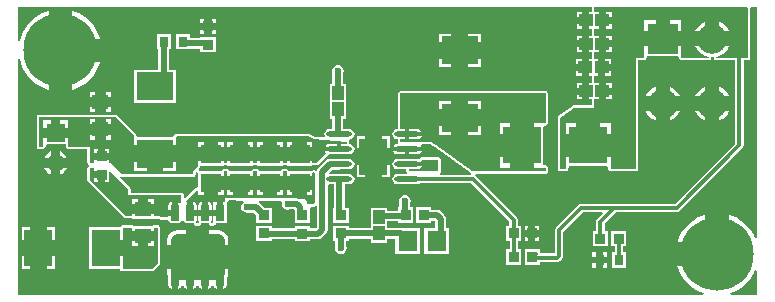
<source format=gtl>
G04*
G04 #@! TF.GenerationSoftware,Altium Limited,Altium Designer,19.1.6 (110)*
G04*
G04 Layer_Physical_Order=1*
G04 Layer_Color=255*
%FSLAX43Y43*%
%MOMM*%
G71*
G01*
G75*
%ADD39R,0.800X0.950*%
%ADD40R,1.800X1.650*%
%ADD41R,0.900X0.850*%
%ADD42R,2.400X3.100*%
%ADD43O,2.150X0.450*%
%ADD44R,1.400X1.300*%
%ADD45R,0.850X0.900*%
%ADD46R,1.000X1.150*%
%ADD47R,1.650X1.800*%
%ADD48R,1.150X1.000*%
%ADD49R,3.200X3.150*%
%ADD50R,3.150X2.450*%
%ADD51R,2.450X3.150*%
%ADD52R,0.710X1.372*%
G04:AMPARAMS|DCode=53|XSize=0.71mm|YSize=1.372mm|CornerRadius=0.089mm|HoleSize=0mm|Usage=FLASHONLY|Rotation=0.000|XOffset=0mm|YOffset=0mm|HoleType=Round|Shape=RoundedRectangle|*
%AMROUNDEDRECTD53*
21,1,0.710,1.195,0,0,0.0*
21,1,0.532,1.372,0,0,0.0*
1,1,0.178,0.266,-0.597*
1,1,0.178,-0.266,-0.597*
1,1,0.178,-0.266,0.597*
1,1,0.178,0.266,0.597*
%
%ADD53ROUNDEDRECTD53*%
G04:AMPARAMS|DCode=54|XSize=4.52mm|YSize=3.85mm|CornerRadius=0.481mm|HoleSize=0mm|Usage=FLASHONLY|Rotation=0.000|XOffset=0mm|YOffset=0mm|HoleType=Round|Shape=RoundedRectangle|*
%AMROUNDEDRECTD54*
21,1,4.520,2.888,0,0,0.0*
21,1,3.558,3.850,0,0,0.0*
1,1,0.963,1.779,-1.444*
1,1,0.963,-1.779,-1.444*
1,1,0.963,-1.779,1.444*
1,1,0.963,1.779,1.444*
%
%ADD54ROUNDEDRECTD54*%
%ADD55C,0.300*%
%ADD56C,0.500*%
%ADD57C,1.508*%
%ADD58R,1.508X1.508*%
%ADD59C,2.500*%
%ADD60R,2.500X2.500*%
%ADD61C,6.200*%
%ADD62C,0.600*%
G36*
X61700Y23800D02*
X61700Y19600D01*
X59024D01*
X59004Y19722D01*
X59296Y19811D01*
X59565Y19955D01*
X59801Y20149D01*
X59995Y20385D01*
X60137Y20650D01*
X57263D01*
X57405Y20385D01*
X57599Y20149D01*
X57835Y19955D01*
X58104Y19811D01*
X58396Y19722D01*
X58376Y19600D01*
X56115Y19600D01*
X56050Y19727D01*
Y20650D01*
X52950D01*
Y19727D01*
X52950Y19700D01*
X52885Y19600D01*
X52200D01*
X52200Y10200D01*
X50105D01*
X50100Y10325D01*
X50100Y10327D01*
Y11200D01*
X48200D01*
X46300D01*
Y10327D01*
X46300Y10325D01*
X46295Y10200D01*
X45800D01*
Y14500D01*
X47000Y15400D01*
X48700D01*
Y16100D01*
X49100D01*
Y16800D01*
Y17500D01*
X48700D01*
Y18100D01*
X49050D01*
Y18800D01*
Y19500D01*
X48700D01*
Y20100D01*
X49100D01*
Y20800D01*
Y21500D01*
X48700D01*
Y22100D01*
X49100D01*
Y22800D01*
Y23500D01*
X48700D01*
Y23945D01*
X61555D01*
X61700Y23800D01*
D02*
G37*
G36*
X62445Y4402D02*
X62318Y4377D01*
X62228Y4594D01*
X61940Y5064D01*
X61583Y5483D01*
X61164Y5840D01*
X60694Y6128D01*
X60185Y6339D01*
X60100Y6359D01*
Y3000D01*
X59100D01*
Y2000D01*
X55741D01*
X55761Y1915D01*
X55972Y1406D01*
X56260Y936D01*
X56617Y517D01*
X57036Y160D01*
X57506Y-128D01*
X57965Y-318D01*
X57939Y-445D01*
X-45D01*
Y19480D01*
X82Y19495D01*
X161Y19165D01*
X372Y18656D01*
X660Y18186D01*
X1017Y17767D01*
X1436Y17410D01*
X1906Y17122D01*
X2415Y16911D01*
X2500Y16891D01*
Y20250D01*
Y23609D01*
X2415Y23589D01*
X1906Y23378D01*
X1436Y23090D01*
X1017Y22733D01*
X660Y22314D01*
X372Y21844D01*
X161Y21335D01*
X82Y21005D01*
X-45Y21020D01*
Y23945D01*
X48496D01*
Y23500D01*
X48300D01*
Y22800D01*
Y22100D01*
X48496D01*
Y21500D01*
X48300D01*
Y20800D01*
Y20100D01*
X48496D01*
Y19500D01*
X48250D01*
Y18800D01*
Y18100D01*
X48496D01*
Y17500D01*
X48300D01*
Y16800D01*
Y16100D01*
X48496D01*
Y15604D01*
X47000D01*
X46975Y15599D01*
X46949Y15598D01*
X46936Y15591D01*
X46922Y15588D01*
X46901Y15574D01*
X46878Y15563D01*
X45678Y14663D01*
X45668Y14652D01*
X45656Y14644D01*
X45642Y14623D01*
X45625Y14604D01*
X45620Y14590D01*
X45612Y14578D01*
X45607Y14553D01*
X45598Y14529D01*
X45599Y14514D01*
X45596Y14500D01*
Y10200D01*
X45612Y10122D01*
X45656Y10056D01*
X45722Y10012D01*
X45800Y9996D01*
X46295D01*
X46330Y10003D01*
X46366Y10009D01*
X46369Y10011D01*
X46373Y10012D01*
X46403Y10032D01*
X46434Y10050D01*
X46436Y10054D01*
X46439Y10056D01*
X46459Y10086D01*
X46480Y10115D01*
X46481Y10119D01*
X46484Y10122D01*
X46491Y10157D01*
X46499Y10192D01*
X46504Y10317D01*
X46539Y10372D01*
X46579Y10425D01*
X49820D01*
X49861Y10372D01*
X49896Y10317D01*
X49901Y10192D01*
X49909Y10157D01*
X49916Y10122D01*
X49919Y10119D01*
X49920Y10115D01*
X49941Y10086D01*
X49961Y10056D01*
X49964Y10054D01*
X49966Y10050D01*
X49997Y10032D01*
X50027Y10012D01*
X50031Y10011D01*
X50034Y10009D01*
X50070Y10003D01*
X50105Y9996D01*
X52200D01*
X52278Y10012D01*
X52344Y10056D01*
X52388Y10122D01*
X52404Y10200D01*
X52404Y19396D01*
X52885D01*
X52906Y19400D01*
X52927Y19400D01*
X52944Y19408D01*
X52963Y19412D01*
X52981Y19423D01*
X53000Y19432D01*
X53013Y19445D01*
X53029Y19456D01*
X53041Y19473D01*
X53056Y19489D01*
X53121Y19589D01*
X53128Y19606D01*
X53138Y19622D01*
X53143Y19643D01*
X53150Y19663D01*
X53150Y19674D01*
X53159Y19731D01*
X53246Y19800D01*
X55759D01*
X55847Y19710D01*
X55855Y19680D01*
X55862Y19649D01*
X55866Y19642D01*
X55869Y19634D01*
X55934Y19507D01*
X55953Y19482D01*
X55971Y19456D01*
X55978Y19451D01*
X55983Y19445D01*
X56011Y19429D01*
X56037Y19412D01*
X56045Y19410D01*
X56053Y19406D01*
X56084Y19402D01*
X56115Y19396D01*
X58376Y19396D01*
X58400Y19401D01*
X58423Y19402D01*
X58438Y19408D01*
X58454Y19412D01*
X58474Y19425D01*
X58496Y19435D01*
X58507Y19447D01*
X58520Y19456D01*
X58534Y19475D01*
X58550Y19493D01*
X58556Y19508D01*
X58565Y19522D01*
X58569Y19545D01*
X58578Y19567D01*
X58597Y19690D01*
X58621Y19714D01*
X58779D01*
X58803Y19690D01*
X58822Y19567D01*
X58831Y19545D01*
X58835Y19522D01*
X58844Y19508D01*
X58850Y19493D01*
X58866Y19475D01*
X58880Y19456D01*
X58893Y19447D01*
X58904Y19435D01*
X58926Y19425D01*
X58946Y19412D01*
X58962Y19408D01*
X58977Y19402D01*
X59000Y19401D01*
X59024Y19396D01*
X60643D01*
Y12348D01*
X55552Y7257D01*
X47600D01*
X47463Y7230D01*
X47348Y7152D01*
X45448Y5252D01*
X45370Y5137D01*
X45343Y5000D01*
Y3057D01*
X44105D01*
X44080Y3187D01*
X44075Y3194D01*
Y3400D01*
X43784D01*
X43750Y3407D01*
X43725D01*
X43691Y3400D01*
X42825D01*
Y2100D01*
X44075D01*
Y2343D01*
X45524D01*
X45661Y2370D01*
X45777Y2448D01*
X45952Y2623D01*
X46030Y2739D01*
X46057Y2876D01*
Y4852D01*
X47748Y6543D01*
X49373D01*
X49421Y6426D01*
X48973Y5977D01*
X48895Y5862D01*
X48868Y5725D01*
Y4950D01*
X48600D01*
Y3650D01*
X49850D01*
Y4950D01*
X49582D01*
Y5577D01*
X50548Y6543D01*
X55700D01*
X55837Y6570D01*
X55952Y6648D01*
X61252Y11948D01*
X61330Y12063D01*
X61357Y12200D01*
Y19396D01*
X61700D01*
X61778Y19412D01*
X61844Y19456D01*
X61888Y19522D01*
X61904Y19600D01*
X61904Y23800D01*
X61904Y23800D01*
X61900Y23818D01*
X61977Y23934D01*
X61995Y23945D01*
X62445D01*
Y4402D01*
D02*
G37*
G36*
Y1598D02*
Y-445D01*
X60261D01*
X60235Y-318D01*
X60694Y-128D01*
X61164Y160D01*
X61583Y517D01*
X61940Y936D01*
X62228Y1406D01*
X62318Y1623D01*
X62445Y1598D01*
D02*
G37*
%LPC*%
G36*
X50175Y23500D02*
X49700D01*
Y23100D01*
X50175D01*
Y23500D01*
D02*
G37*
G36*
Y22500D02*
X49700D01*
Y22100D01*
X50175D01*
Y22500D01*
D02*
G37*
G36*
X59300Y22687D02*
Y21850D01*
X60137D01*
X59995Y22115D01*
X59801Y22351D01*
X59565Y22545D01*
X59300Y22687D01*
D02*
G37*
G36*
X58100D02*
X57835Y22545D01*
X57599Y22351D01*
X57405Y22115D01*
X57263Y21850D01*
X58100D01*
Y22687D01*
D02*
G37*
G36*
X56050Y22800D02*
X55100D01*
Y21850D01*
X56050D01*
Y22800D01*
D02*
G37*
G36*
X53900D02*
X52950D01*
Y21850D01*
X53900D01*
Y22800D01*
D02*
G37*
G36*
X50175Y21500D02*
X49700D01*
Y21100D01*
X50175D01*
Y21500D01*
D02*
G37*
G36*
Y20500D02*
X49700D01*
Y20100D01*
X50175D01*
Y20500D01*
D02*
G37*
G36*
X50125Y19500D02*
X49650D01*
Y19100D01*
X50125D01*
Y19500D01*
D02*
G37*
G36*
Y18500D02*
X49650D01*
Y18100D01*
X50125D01*
Y18500D01*
D02*
G37*
G36*
X50175Y17500D02*
X49700D01*
Y17100D01*
X50175D01*
Y17500D01*
D02*
G37*
G36*
Y16500D02*
X49700D01*
Y16100D01*
X50175D01*
Y16500D01*
D02*
G37*
G36*
X50100Y14075D02*
X49200D01*
Y13200D01*
X50100D01*
Y14075D01*
D02*
G37*
G36*
X47200D02*
X46300D01*
Y13200D01*
X47200D01*
Y14075D01*
D02*
G37*
G36*
X47700Y23500D02*
X47225D01*
Y23100D01*
X47700D01*
Y23500D01*
D02*
G37*
G36*
X16650Y22900D02*
X16300D01*
Y22575D01*
X16650D01*
Y22900D01*
D02*
G37*
G36*
X15700D02*
X15350D01*
Y22575D01*
X15700D01*
Y22900D01*
D02*
G37*
G36*
X47700Y22500D02*
X47225D01*
Y22100D01*
X47700D01*
Y22500D01*
D02*
G37*
G36*
X16650Y21975D02*
X16300D01*
Y21650D01*
X16650D01*
Y21975D01*
D02*
G37*
G36*
X15700D02*
X15350D01*
Y21650D01*
X15700D01*
Y21975D01*
D02*
G37*
G36*
X4500Y23609D02*
Y21250D01*
X6859D01*
X6839Y21335D01*
X6628Y21844D01*
X6340Y22314D01*
X5983Y22733D01*
X5564Y23090D01*
X5094Y23378D01*
X4585Y23589D01*
X4500Y23609D01*
D02*
G37*
G36*
X47700Y21500D02*
X47225D01*
Y21100D01*
X47700D01*
Y21500D01*
D02*
G37*
G36*
X39075Y21675D02*
X38000D01*
Y20950D01*
X39075D01*
Y21675D01*
D02*
G37*
G36*
X36600D02*
X35525D01*
Y20950D01*
X36600D01*
Y21675D01*
D02*
G37*
G36*
X47700Y20500D02*
X47225D01*
Y20100D01*
X47700D01*
Y20500D01*
D02*
G37*
G36*
X14500Y21675D02*
X13300D01*
Y20325D01*
X14500D01*
Y20404D01*
X15350D01*
Y20100D01*
X16650D01*
Y21350D01*
X15350D01*
Y21321D01*
X14500D01*
Y21675D01*
D02*
G37*
G36*
X47650Y19500D02*
X47175D01*
Y19100D01*
X47650D01*
Y19500D01*
D02*
G37*
G36*
X39075Y19550D02*
X38000D01*
Y18825D01*
X39075D01*
Y19550D01*
D02*
G37*
G36*
X36600D02*
X35525D01*
Y18825D01*
X36600D01*
Y19550D01*
D02*
G37*
G36*
X47650Y18500D02*
X47175D01*
Y18100D01*
X47650D01*
Y18500D01*
D02*
G37*
G36*
X47700Y17500D02*
X47225D01*
Y17100D01*
X47700D01*
Y17500D01*
D02*
G37*
G36*
X6859Y19250D02*
X4500D01*
Y16891D01*
X4585Y16911D01*
X5094Y17122D01*
X5564Y17410D01*
X5983Y17767D01*
X6340Y18186D01*
X6628Y18656D01*
X6839Y19165D01*
X6859Y19250D01*
D02*
G37*
G36*
X59300Y17187D02*
Y16350D01*
X60137D01*
X59995Y16615D01*
X59801Y16851D01*
X59565Y17045D01*
X59300Y17187D01*
D02*
G37*
G36*
X58100D02*
X57835Y17045D01*
X57599Y16851D01*
X57405Y16615D01*
X57263Y16350D01*
X58100D01*
Y17187D01*
D02*
G37*
G36*
X55100D02*
Y16350D01*
X55937D01*
X55795Y16615D01*
X55601Y16851D01*
X55365Y17045D01*
X55100Y17187D01*
D02*
G37*
G36*
X53900D02*
X53635Y17045D01*
X53399Y16851D01*
X53205Y16615D01*
X53063Y16350D01*
X53900D01*
Y17187D01*
D02*
G37*
G36*
X7800Y16700D02*
X7330D01*
Y16280D01*
X7800D01*
Y16700D01*
D02*
G37*
G36*
X6470D02*
X6000D01*
Y16280D01*
X6470D01*
Y16700D01*
D02*
G37*
G36*
X47700Y16500D02*
X47225D01*
Y16100D01*
X47700D01*
Y16500D01*
D02*
G37*
G36*
X12850Y21675D02*
X11650D01*
Y20325D01*
X11791D01*
Y18625D01*
X9725D01*
Y15775D01*
X13275D01*
Y18625D01*
X12709D01*
Y20325D01*
X12850D01*
Y21675D01*
D02*
G37*
G36*
X7800Y15420D02*
X7330D01*
Y15000D01*
X7800D01*
Y15420D01*
D02*
G37*
G36*
X6470D02*
X6000D01*
Y15000D01*
X6470D01*
Y15420D01*
D02*
G37*
G36*
X60137Y15150D02*
X59300D01*
Y14313D01*
X59565Y14455D01*
X59801Y14649D01*
X59995Y14885D01*
X60137Y15150D01*
D02*
G37*
G36*
X58100D02*
X57263D01*
X57405Y14885D01*
X57599Y14649D01*
X57835Y14455D01*
X58100Y14313D01*
Y15150D01*
D02*
G37*
G36*
X55937D02*
X55100D01*
Y14313D01*
X55365Y14455D01*
X55601Y14649D01*
X55795Y14885D01*
X55937Y15150D01*
D02*
G37*
G36*
X53900D02*
X53063D01*
X53205Y14885D01*
X53399Y14649D01*
X53635Y14455D01*
X53900Y14313D01*
Y15150D01*
D02*
G37*
G36*
X44600Y16804D02*
X32300D01*
X32222Y16788D01*
X32156Y16744D01*
X32112Y16678D01*
X32096Y16600D01*
Y13588D01*
X32025D01*
X31859Y13555D01*
X31719Y13461D01*
X31625Y13321D01*
X31592Y13155D01*
X31625Y12989D01*
X31719Y12849D01*
X31859Y12755D01*
X32025Y12722D01*
X32096D01*
Y12500D01*
X32107Y12445D01*
X32062Y12360D01*
X32028Y12318D01*
X32025D01*
X31859Y12285D01*
X31719Y12191D01*
X31625Y12051D01*
X31625Y12050D01*
X32875D01*
X34126D01*
X34125Y12051D01*
X34046Y12169D01*
X34072Y12251D01*
X34103Y12296D01*
X34815D01*
X35181Y12034D01*
X38261Y9834D01*
X38283Y9825D01*
X38252Y9702D01*
X35628D01*
X35604Y9829D01*
X35644Y9856D01*
X35688Y9922D01*
X35704Y10000D01*
Y11000D01*
X35688Y11078D01*
X35644Y11144D01*
X35578Y11188D01*
X35500Y11204D01*
X34125D01*
X34092Y11197D01*
X34058Y11193D01*
X34053Y11190D01*
X34047Y11188D01*
X34019Y11169D01*
X33989Y11152D01*
X33986Y11147D01*
X33981Y11144D01*
X33964Y11119D01*
X33960Y11113D01*
X33941Y11089D01*
X33939Y11083D01*
X33891Y11015D01*
X33725Y11048D01*
X32025D01*
X31859Y11015D01*
X31719Y10921D01*
X31625Y10781D01*
X31592Y10615D01*
X31625Y10449D01*
X31719Y10309D01*
X31859Y10215D01*
X32025Y10182D01*
X32796D01*
Y10000D01*
X32812Y9922D01*
X32823Y9905D01*
X32761Y9778D01*
X32025D01*
X31859Y9745D01*
X31719Y9651D01*
X31625Y9511D01*
X31592Y9345D01*
X31625Y9179D01*
X31719Y9039D01*
X31859Y8945D01*
X32025Y8912D01*
X33725D01*
X33891Y8945D01*
X33956Y8988D01*
X38307D01*
X41518Y5777D01*
Y5400D01*
X41250D01*
Y4100D01*
X41531D01*
Y3400D01*
X41275D01*
Y2100D01*
X42525D01*
Y3400D01*
X42244D01*
Y4100D01*
X42500D01*
Y5400D01*
X42232D01*
Y5925D01*
X42205Y6062D01*
X42127Y6177D01*
X38707Y9597D01*
X38600Y9669D01*
X38599Y9678D01*
X38673Y9796D01*
X44600D01*
X44678Y9812D01*
X44744Y9856D01*
X44788Y9922D01*
X44804Y10000D01*
Y10260D01*
X44800Y10281D01*
X44800Y10302D01*
X44792Y10319D01*
X44788Y10338D01*
X44777Y10356D01*
X44768Y10375D01*
X44755Y10388D01*
X44744Y10404D01*
X44727Y10416D01*
X44711Y10431D01*
X44611Y10496D01*
X44594Y10503D01*
X44578Y10513D01*
X44557Y10518D01*
X44537Y10525D01*
X44526Y10525D01*
X44469Y10534D01*
X44400Y10621D01*
Y13779D01*
X44469Y13866D01*
X44526Y13875D01*
X44537Y13875D01*
X44557Y13882D01*
X44578Y13887D01*
X44594Y13897D01*
X44611Y13904D01*
X44711Y13969D01*
X44727Y13984D01*
X44744Y13996D01*
X44755Y14012D01*
X44768Y14025D01*
X44777Y14045D01*
X44788Y14062D01*
X44792Y14081D01*
X44800Y14098D01*
X44800Y14119D01*
X44804Y14140D01*
Y16600D01*
X44788Y16678D01*
X44744Y16744D01*
X44678Y16788D01*
X44600Y16804D01*
D02*
G37*
G36*
X27000Y19010D02*
X26805Y18971D01*
X26640Y18860D01*
X26529Y18695D01*
X26490Y18500D01*
X26529Y18305D01*
X26541Y18287D01*
Y17425D01*
X26300D01*
Y15875D01*
Y14475D01*
X26541D01*
Y13588D01*
X26275D01*
X26109Y13555D01*
X25969Y13461D01*
X25875Y13321D01*
X25842Y13155D01*
X25872Y13003D01*
X25848Y12944D01*
X25810Y12881D01*
X25057Y12950D01*
X24591Y13182D01*
X24584Y13184D01*
X24578Y13188D01*
X24546Y13195D01*
X24514Y13203D01*
X24507Y13202D01*
X24500Y13204D01*
X13371D01*
X13344Y13199D01*
X13316Y13196D01*
X13305Y13191D01*
X13293Y13188D01*
X13270Y13173D01*
X13245Y13161D01*
X13149Y13086D01*
X13141Y13076D01*
X13131Y13069D01*
X13115Y13046D01*
X13097Y13025D01*
X13094Y13013D01*
X13087Y13003D01*
X13081Y12976D01*
X13073Y12950D01*
X12948Y12925D01*
X10047D01*
X9926Y12957D01*
X9907Y13076D01*
X9899Y13099D01*
X9894Y13122D01*
X9885Y13136D01*
X9880Y13151D01*
X9863Y13168D01*
X9850Y13188D01*
X8294Y14744D01*
X8294Y14744D01*
X8228Y14788D01*
X8150Y14804D01*
X1700Y14804D01*
X1622Y14788D01*
X1556Y14744D01*
X1512Y14678D01*
X1496Y14600D01*
X1496Y12100D01*
X1512Y12022D01*
X1556Y11956D01*
X1622Y11912D01*
X1700Y11896D01*
X2019D01*
X2036Y11899D01*
X2054Y11899D01*
X2075Y11907D01*
X2097Y11912D01*
X2112Y11921D01*
X2128Y11927D01*
X2145Y11943D01*
X2164Y11956D01*
X2173Y11970D01*
X2186Y11982D01*
X2195Y12003D01*
X2208Y12022D01*
X2211Y12039D01*
X2218Y12055D01*
X2245Y12171D01*
X2245Y12193D01*
X2250Y12216D01*
X2250Y12227D01*
X2332Y12316D01*
X3950D01*
Y12227D01*
X3954Y12206D01*
X3954Y12185D01*
X3981Y12058D01*
X3988Y12041D01*
X3992Y12022D01*
X4004Y12004D01*
X4012Y11985D01*
X4026Y11972D01*
X4036Y11956D01*
X4054Y11944D01*
X4069Y11929D01*
X4087Y11922D01*
X4103Y11912D01*
X4123Y11907D01*
X4143Y11900D01*
X4162Y11900D01*
X4181Y11896D01*
X5796Y11896D01*
X5796Y10750D01*
X5812Y10672D01*
X5856Y10606D01*
X5915Y10566D01*
X5922Y10510D01*
Y10490D01*
X5915Y10434D01*
X5856Y10394D01*
X5812Y10328D01*
X5796Y10250D01*
Y9250D01*
X5812Y9172D01*
X5856Y9106D01*
X5856Y9106D01*
X8856Y6106D01*
X8922Y6062D01*
X9000Y6046D01*
X9600D01*
Y5950D01*
X11400D01*
Y5950D01*
X11459Y6004D01*
X12537Y5906D01*
X12545Y5905D01*
X12546Y5905D01*
X12621Y5903D01*
X12669Y5802D01*
X12672Y5790D01*
X12736Y5695D01*
X12831Y5631D01*
X12944Y5608D01*
X13476D01*
X13589Y5631D01*
X13684Y5695D01*
X13748Y5790D01*
X13771Y5903D01*
Y7097D01*
X13796Y7115D01*
X13811Y7113D01*
X13919Y7047D01*
Y5903D01*
X13942Y5790D01*
X14006Y5695D01*
X14101Y5631D01*
X14214Y5608D01*
X14746D01*
X14799Y5619D01*
X14826Y5546D01*
X14844Y5518D01*
X14860Y5489D01*
X14875Y5470D01*
X14883Y5464D01*
X14888Y5456D01*
X14913Y5439D01*
X14937Y5420D01*
X14946Y5417D01*
X14954Y5412D01*
X14984Y5406D01*
X15013Y5397D01*
X15023Y5398D01*
X15032Y5396D01*
X15198D01*
X15207Y5398D01*
X15217Y5397D01*
X15246Y5406D01*
X15276Y5412D01*
X15284Y5417D01*
X15293Y5420D01*
X15317Y5439D01*
X15342Y5456D01*
X15347Y5464D01*
X15355Y5470D01*
X15370Y5489D01*
X15386Y5518D01*
X15404Y5546D01*
X15431Y5619D01*
X15484Y5608D01*
X16016D01*
X16069Y5619D01*
X16096Y5546D01*
X16114Y5518D01*
X16130Y5489D01*
X16145Y5470D01*
X16153Y5464D01*
X16158Y5456D01*
X16183Y5439D01*
X16207Y5420D01*
X16216Y5417D01*
X16224Y5412D01*
X16254Y5406D01*
X16283Y5397D01*
X16293Y5398D01*
X16302Y5396D01*
X16344D01*
X16355Y5398D01*
X16367Y5397D01*
X16488Y5411D01*
X16515Y5420D01*
X16543Y5426D01*
X16553Y5432D01*
X16564Y5436D01*
X16586Y5454D01*
X16609Y5470D01*
X16616Y5480D01*
X16625Y5487D01*
X16638Y5512D01*
X16653Y5536D01*
X16656Y5548D01*
X16661Y5558D01*
X16663Y5586D01*
X16669Y5614D01*
X17575D01*
Y7294D01*
X17618Y7340D01*
X17620Y7343D01*
X17623Y7345D01*
X17641Y7377D01*
X17660Y7407D01*
X17660Y7411D01*
X17662Y7414D01*
X17667Y7450D01*
X17673Y7486D01*
X17778Y7544D01*
X18971Y7534D01*
X19009Y7407D01*
X18940Y7360D01*
X18829Y7195D01*
X18790Y7000D01*
X18829Y6805D01*
X18940Y6640D01*
X19105Y6529D01*
X19300Y6490D01*
X19460Y6522D01*
X19854D01*
X20100Y6276D01*
Y5675D01*
X21400D01*
Y6925D01*
X20749D01*
X20369Y7305D01*
X20329Y7332D01*
X20296Y7504D01*
X20310Y7524D01*
X22181Y7510D01*
X22267Y7382D01*
X22240Y7250D01*
X22279Y7055D01*
X22390Y6890D01*
X22555Y6779D01*
X22750Y6740D01*
X22945Y6779D01*
X22963Y6791D01*
X23317D01*
X23341Y6767D01*
Y6450D01*
X23350Y6406D01*
Y5650D01*
X24650D01*
Y6900D01*
X24725Y6996D01*
X24900D01*
X24978Y7012D01*
X25044Y7056D01*
X25099Y7110D01*
X25216Y7062D01*
Y5265D01*
X25135Y5184D01*
X24650D01*
Y5350D01*
X23350D01*
Y5196D01*
X21400D01*
Y5375D01*
X20100D01*
Y4125D01*
X21400D01*
Y4279D01*
X23350D01*
Y4100D01*
X24650D01*
Y4266D01*
X25325D01*
X25501Y4301D01*
X25649Y4401D01*
X25999Y4751D01*
X26099Y4899D01*
X26134Y5075D01*
Y8840D01*
X26232Y8920D01*
X26275Y8912D01*
X26666D01*
Y6925D01*
X26600D01*
Y5675D01*
X27900D01*
Y6925D01*
X27584D01*
Y8912D01*
X27975D01*
X28141Y8945D01*
X28281Y9039D01*
X28375Y9179D01*
X28408Y9345D01*
X28375Y9511D01*
X28281Y9651D01*
X28141Y9745D01*
X27975Y9778D01*
X27253D01*
X27125Y9804D01*
X26997Y9778D01*
X26317D01*
X26261Y9888D01*
X26260Y9901D01*
X26515Y10156D01*
X27125D01*
X27253Y10182D01*
X27975D01*
X28141Y10215D01*
X28281Y10309D01*
X28375Y10449D01*
X28408Y10615D01*
X28375Y10781D01*
X28281Y10921D01*
X28141Y11015D01*
X27975Y11048D01*
X27253D01*
X27125Y11074D01*
X26325D01*
X26149Y11039D01*
X26116Y11017D01*
X26109Y11015D01*
X25969Y10921D01*
X25941Y10879D01*
X25351Y10289D01*
X25251Y10141D01*
X25244Y10103D01*
X25202Y10090D01*
X25109Y10076D01*
X25055Y10111D01*
X24977Y10127D01*
X24899Y10111D01*
X24772Y10059D01*
X24759Y10050D01*
X22844D01*
X22838Y10078D01*
X22794Y10144D01*
X22728Y10188D01*
X22650Y10204D01*
X22350D01*
X22272Y10188D01*
X22206Y10144D01*
X22162Y10078D01*
X22156Y10050D01*
X20344D01*
X20338Y10078D01*
X20294Y10144D01*
X20228Y10188D01*
X20150Y10204D01*
X19850D01*
X19772Y10188D01*
X19706Y10144D01*
X19662Y10078D01*
X19656Y10050D01*
X17844D01*
X17838Y10078D01*
X17794Y10144D01*
X17728Y10188D01*
X17650Y10204D01*
X17350D01*
X17272Y10188D01*
X17206Y10144D01*
X17162Y10078D01*
X17156Y10050D01*
X15268D01*
X15215Y10177D01*
X15240Y10201D01*
X15257Y10227D01*
X15277Y10251D01*
X15331Y10356D01*
X15333Y10364D01*
X15338Y10372D01*
X15344Y10402D01*
X15353Y10432D01*
X15479Y10450D01*
X17350D01*
Y10546D01*
X17650D01*
Y10450D01*
X19850D01*
Y10546D01*
X20150D01*
Y10450D01*
X22350D01*
Y10546D01*
X22650D01*
Y10450D01*
X24850D01*
Y10546D01*
X25250D01*
X25328Y10562D01*
X25394Y10606D01*
X25394Y10606D01*
X26087Y11299D01*
X26099Y11316D01*
X26114Y11331D01*
X26121Y11349D01*
X26131Y11365D01*
X26236Y11459D01*
X26275Y11452D01*
X27975D01*
X28141Y11485D01*
X28281Y11579D01*
X28375Y11719D01*
X28408Y11885D01*
X28375Y12051D01*
X28281Y12191D01*
X28141Y12285D01*
X27975Y12318D01*
X27954D01*
Y12500D01*
X27948Y12530D01*
X27945Y12561D01*
X27940Y12569D01*
X27938Y12578D01*
X27927Y12595D01*
X27937Y12638D01*
X27961Y12692D01*
X27963Y12695D01*
X27989Y12724D01*
X28141Y12755D01*
X28281Y12849D01*
X28375Y12989D01*
X28408Y13155D01*
X28375Y13321D01*
X28281Y13461D01*
X28141Y13555D01*
X27975Y13588D01*
X27459D01*
Y14475D01*
X27700D01*
Y15875D01*
Y17425D01*
X27459D01*
Y18287D01*
X27471Y18305D01*
X27510Y18500D01*
X27471Y18695D01*
X27360Y18860D01*
X27195Y18971D01*
X27000Y19010D01*
D02*
G37*
G36*
X31400Y13000D02*
X30700D01*
Y11950D01*
X31400D01*
Y13000D01*
D02*
G37*
G36*
X29300D02*
X28600D01*
Y11950D01*
X29300D01*
Y13000D01*
D02*
G37*
G36*
X34125Y11720D02*
X33040D01*
Y11452D01*
X33725D01*
X33891Y11485D01*
X34031Y11579D01*
X34125Y11719D01*
X34125Y11720D01*
D02*
G37*
G36*
X32710D02*
X31625D01*
X31625Y11719D01*
X31719Y11579D01*
X31859Y11485D01*
X32025Y11452D01*
X32710D01*
Y11720D01*
D02*
G37*
G36*
X3500Y11705D02*
Y11130D01*
X4075D01*
X4021Y11262D01*
X3852Y11482D01*
X3632Y11651D01*
X3500Y11705D01*
D02*
G37*
G36*
X2700Y11705D02*
X2568Y11651D01*
X2348Y11482D01*
X2179Y11262D01*
X2125Y11130D01*
X2700D01*
Y11705D01*
D02*
G37*
G36*
Y10330D02*
X2125D01*
X2179Y10198D01*
X2348Y9978D01*
X2568Y9809D01*
X2700Y9755D01*
Y10330D01*
D02*
G37*
G36*
X4075D02*
X3500D01*
Y9755D01*
X3632Y9809D01*
X3852Y9978D01*
X4021Y10198D01*
X4075Y10330D01*
D02*
G37*
G36*
X31400Y10550D02*
X30700D01*
Y9500D01*
X31400D01*
Y10550D01*
D02*
G37*
G36*
X29300D02*
X28600D01*
Y9500D01*
X29300D01*
Y10550D01*
D02*
G37*
G36*
X32675Y8010D02*
X32480Y7971D01*
X32315Y7860D01*
X32204Y7695D01*
X32165Y7500D01*
X32204Y7305D01*
X32216Y7287D01*
Y6950D01*
X32100D01*
Y6684D01*
X31200D01*
Y6925D01*
X29800D01*
Y5209D01*
X27900D01*
Y5375D01*
X26600D01*
Y4125D01*
X26791D01*
Y3713D01*
X26779Y3695D01*
X26740Y3500D01*
X26779Y3305D01*
X26890Y3140D01*
X27055Y3029D01*
X27250Y2990D01*
X27445Y3029D01*
X27610Y3140D01*
X27721Y3305D01*
X27760Y3500D01*
X27721Y3695D01*
X27709Y3713D01*
Y4125D01*
X27900D01*
Y4291D01*
X29800D01*
Y3975D01*
X31200D01*
Y4291D01*
X31875D01*
Y3000D01*
X33925D01*
Y5200D01*
X32369D01*
X32325Y5209D01*
X31200D01*
Y5766D01*
X32100D01*
Y5650D01*
X33350D01*
Y6950D01*
X33134D01*
Y7287D01*
X33146Y7305D01*
X33185Y7500D01*
X33146Y7695D01*
X33035Y7860D01*
X32870Y7971D01*
X32675Y8010D01*
D02*
G37*
G36*
X11750Y5454D02*
X11400D01*
X11322Y5438D01*
X11256Y5394D01*
X11226Y5350D01*
X9774D01*
X9744Y5394D01*
X9678Y5438D01*
X9600Y5454D01*
X8775D01*
X8697Y5438D01*
X8631Y5394D01*
X8587Y5328D01*
X8576Y5275D01*
X5925D01*
Y1725D01*
X8576D01*
X8587Y1672D01*
X8631Y1606D01*
X8697Y1562D01*
X8775Y1546D01*
X11250D01*
X11328Y1562D01*
X11394Y1606D01*
X11394Y1606D01*
X11894Y2106D01*
X11938Y2172D01*
X11954Y2250D01*
Y5250D01*
X11938Y5328D01*
X11894Y5394D01*
X11828Y5438D01*
X11750Y5454D01*
D02*
G37*
G36*
X44050Y5400D02*
X43725D01*
Y5050D01*
X44050D01*
Y5400D01*
D02*
G37*
G36*
X43125D02*
X42800D01*
Y5050D01*
X43125D01*
Y5400D01*
D02*
G37*
G36*
X3075Y5275D02*
X2350D01*
Y4200D01*
X3075D01*
Y5275D01*
D02*
G37*
G36*
X950D02*
X225D01*
Y4200D01*
X950D01*
Y5275D01*
D02*
G37*
G36*
X44050Y4450D02*
X43725D01*
Y4100D01*
X44050D01*
Y4450D01*
D02*
G37*
G36*
X43125D02*
X42800D01*
Y4100D01*
X43125D01*
Y4450D01*
D02*
G37*
G36*
X58100Y6359D02*
X58015Y6339D01*
X57506Y6128D01*
X57036Y5840D01*
X56617Y5483D01*
X56260Y5064D01*
X55972Y4594D01*
X55761Y4085D01*
X55741Y4000D01*
X58100D01*
Y6359D01*
D02*
G37*
G36*
X16894Y5012D02*
X16115D01*
Y3780D01*
X17682D01*
Y4224D01*
X17655Y4428D01*
X17576Y4618D01*
X17451Y4781D01*
X17288Y4906D01*
X17098Y4985D01*
X16894Y5012D01*
D02*
G37*
G36*
X14115D02*
X13336D01*
X13132Y4985D01*
X12942Y4906D01*
X12779Y4781D01*
X12654Y4618D01*
X12575Y4428D01*
X12548Y4224D01*
Y3780D01*
X14115D01*
Y5012D01*
D02*
G37*
G36*
X34900Y6950D02*
X33650D01*
Y5650D01*
X34900D01*
Y5841D01*
X35217D01*
X35241Y5817D01*
Y5200D01*
X34325D01*
Y3000D01*
X36375D01*
Y5200D01*
X36159D01*
Y6007D01*
X36124Y6183D01*
X36024Y6332D01*
X35732Y6624D01*
X35583Y6724D01*
X35407Y6759D01*
X34900D01*
Y6950D01*
D02*
G37*
G36*
X49750Y3150D02*
X49415D01*
Y2740D01*
X49750D01*
Y3150D01*
D02*
G37*
G36*
X48885D02*
X48550D01*
Y2740D01*
X48885D01*
Y3150D01*
D02*
G37*
G36*
X51400Y4950D02*
X50150D01*
Y3650D01*
X50443D01*
Y3150D01*
X50200D01*
Y1800D01*
X51400D01*
Y3150D01*
X51157D01*
Y3650D01*
X51400D01*
Y4950D01*
D02*
G37*
G36*
X49750Y2210D02*
X49415D01*
Y1800D01*
X49750D01*
Y2210D01*
D02*
G37*
G36*
X48885D02*
X48550D01*
Y1800D01*
X48885D01*
Y2210D01*
D02*
G37*
G36*
X3075Y2800D02*
X2350D01*
Y1725D01*
X3075D01*
Y2800D01*
D02*
G37*
G36*
X950D02*
X225D01*
Y1725D01*
X950D01*
Y2800D01*
D02*
G37*
G36*
X17682Y1780D02*
X12548D01*
Y1336D01*
X12575Y1132D01*
X12649Y953D01*
Y363D01*
X12672Y250D01*
X12736Y155D01*
X12831Y91D01*
X12944Y68D01*
X12945D01*
Y960D01*
X13475D01*
Y68D01*
X13476D01*
X13589Y91D01*
X13684Y155D01*
X13748Y250D01*
X13771Y363D01*
Y548D01*
X13919D01*
Y363D01*
X13942Y250D01*
X14006Y155D01*
X14101Y91D01*
X14214Y68D01*
X14215D01*
Y960D01*
X14745D01*
Y68D01*
X14746D01*
X14859Y91D01*
X14954Y155D01*
X15018Y250D01*
X15041Y363D01*
Y548D01*
X15189D01*
Y363D01*
X15212Y250D01*
X15276Y155D01*
X15371Y91D01*
X15484Y68D01*
X15485D01*
Y960D01*
X16015D01*
Y68D01*
X16016D01*
X16129Y91D01*
X16224Y155D01*
X16288Y250D01*
X16311Y363D01*
Y548D01*
X16459D01*
Y363D01*
X16482Y250D01*
X16546Y155D01*
X16641Y91D01*
X16754Y68D01*
X16755D01*
Y960D01*
X17285D01*
Y68D01*
X17286D01*
X17399Y91D01*
X17494Y155D01*
X17558Y250D01*
X17581Y363D01*
Y953D01*
X17655Y1132D01*
X17682Y1336D01*
Y1780D01*
D02*
G37*
%LPD*%
G36*
X44600Y14140D02*
X44500Y14075D01*
X44473Y14075D01*
X43600D01*
Y12200D01*
Y10325D01*
X44473D01*
X44500Y10325D01*
X44600Y10260D01*
Y10000D01*
X38380D01*
X35300Y12200D01*
X34880Y12500D01*
X32300D01*
Y12722D01*
X32710D01*
Y13155D01*
Y13588D01*
X32300D01*
Y16600D01*
X44600D01*
Y14140D01*
D02*
G37*
G36*
X35500Y10000D02*
X33000D01*
Y10182D01*
X33725D01*
X33891Y10215D01*
X34031Y10309D01*
X34125Y10449D01*
X34125Y10450D01*
X32875D01*
Y10780D01*
X34126D01*
X34125Y10781D01*
X34064Y10873D01*
X34125Y11000D01*
X35500D01*
Y10000D01*
D02*
G37*
%LPC*%
G36*
X39075Y15975D02*
X38000D01*
Y15250D01*
X39075D01*
Y15975D01*
D02*
G37*
G36*
X36600D02*
X35525D01*
Y15250D01*
X36600D01*
Y15975D01*
D02*
G37*
G36*
X33725Y13588D02*
X33040D01*
Y13320D01*
X34126D01*
X34125Y13321D01*
X34031Y13461D01*
X33891Y13555D01*
X33725Y13588D01*
D02*
G37*
G36*
X41600Y14075D02*
X40700D01*
Y13200D01*
X41600D01*
Y14075D01*
D02*
G37*
G36*
X39075Y13850D02*
X38000D01*
Y13125D01*
X39075D01*
Y13850D01*
D02*
G37*
G36*
X36600D02*
X35525D01*
Y13125D01*
X36600D01*
Y13850D01*
D02*
G37*
G36*
X34125Y12990D02*
X33040D01*
Y12722D01*
X33725D01*
X33891Y12755D01*
X34031Y12849D01*
X34125Y12989D01*
X34125Y12990D01*
D02*
G37*
G36*
X41600Y11200D02*
X40700D01*
Y10325D01*
X41600D01*
Y11200D01*
D02*
G37*
%LPD*%
G36*
X9706Y13044D02*
X9725Y12925D01*
X9725Y12883D01*
Y12200D01*
X11500D01*
X13275D01*
Y12873D01*
X13275Y12925D01*
X13371Y13000D01*
X24500D01*
X25000Y12750D01*
X27750Y12500D01*
Y12318D01*
X27290D01*
Y11885D01*
X27125D01*
Y11720D01*
X25875D01*
X25875Y11719D01*
X25950Y11606D01*
X25967Y11570D01*
X25943Y11443D01*
X25250Y10750D01*
X24850D01*
Y10875D01*
X22650D01*
Y10750D01*
X22350D01*
Y10875D01*
X20150D01*
Y10750D01*
X19850D01*
Y10875D01*
X17650D01*
Y10750D01*
X17350D01*
Y10875D01*
X15150D01*
Y10450D01*
X15150Y10450D01*
X15150D01*
X15096Y10346D01*
X14750Y10000D01*
Y9750D01*
X8750D01*
X7750Y10750D01*
X7650D01*
Y10975D01*
X7000D01*
X6350D01*
Y10750D01*
X6000D01*
X6000Y12100D01*
X4181Y12100D01*
X4154Y12227D01*
Y12870D01*
X3100D01*
X2046D01*
Y12227D01*
X2046Y12216D01*
X2019Y12100D01*
X1700D01*
X1700Y14600D01*
X8150Y14600D01*
X9706Y13044D01*
D02*
G37*
G36*
X22650Y9625D02*
X24850D01*
Y9870D01*
X24977Y9923D01*
X25100Y9800D01*
Y7400D01*
X24900Y7200D01*
X24400D01*
Y7500D01*
X24200Y7700D01*
X24000D01*
X23534Y7704D01*
X23507Y7709D01*
X22963D01*
X22945Y7721D01*
X22750Y7760D01*
X22555Y7721D01*
X22540Y7711D01*
X17450Y7750D01*
X17469Y7479D01*
X17382Y7386D01*
X17285D01*
Y6500D01*
X17020D01*
Y6235D01*
X16465D01*
Y5614D01*
X16344Y5600D01*
X16302D01*
X16287Y5619D01*
X16246Y5727D01*
X16288Y5790D01*
X16311Y5903D01*
Y6235D01*
X15189D01*
Y5903D01*
X15212Y5790D01*
X15254Y5727D01*
X15213Y5619D01*
X15198Y5600D01*
X15032D01*
X15017Y5619D01*
X14976Y5727D01*
X15018Y5790D01*
X15041Y5903D01*
Y6235D01*
X14480D01*
Y6500D01*
X14215D01*
Y7392D01*
X14214D01*
X14161Y7381D01*
X14098Y7498D01*
X15033Y8433D01*
X15150Y8384D01*
Y8000D01*
X15650D01*
Y9025D01*
X16250D01*
Y9625D01*
X17350D01*
Y10000D01*
X17650D01*
Y9625D01*
X19850D01*
Y10000D01*
X20150D01*
Y9625D01*
X22350D01*
Y10000D01*
X22650D01*
Y9625D01*
D02*
G37*
G36*
X15150Y9893D02*
Y8736D01*
X15078Y8664D01*
X15033Y8637D01*
X14955Y8621D01*
X14888Y8577D01*
X14888Y8577D01*
X14081Y7769D01*
X13954Y7822D01*
Y8000D01*
X13938Y8078D01*
X13894Y8144D01*
X13828Y8188D01*
X13750Y8204D01*
X9454D01*
Y8500D01*
X9454Y8500D01*
X9438Y8578D01*
X9394Y8644D01*
X9394Y8644D01*
X8544Y9494D01*
X8625Y9593D01*
X8672Y9562D01*
X8750Y9546D01*
X14750D01*
X14828Y9562D01*
X14894Y9606D01*
X14938Y9672D01*
X14954Y9750D01*
Y9888D01*
X15029Y9947D01*
X15150Y9893D01*
D02*
G37*
G36*
X6350Y10025D02*
X7000D01*
Y9725D01*
X7300D01*
Y9100D01*
X7650D01*
Y9934D01*
X7767Y9983D01*
X9250Y8500D01*
Y8000D01*
X13750D01*
Y7414D01*
X13623Y7346D01*
X13589Y7369D01*
X13476Y7392D01*
X13475D01*
Y6500D01*
X13210D01*
Y6235D01*
X12649D01*
Y6194D01*
X12556Y6109D01*
X11400Y6214D01*
Y6370D01*
X9600D01*
Y6250D01*
X9000D01*
X6000Y9250D01*
Y10250D01*
X6350D01*
Y10025D01*
D02*
G37*
%LPC*%
G36*
X7800Y14400D02*
X7330D01*
Y13980D01*
X7800D01*
Y14400D01*
D02*
G37*
G36*
X6470D02*
X6000D01*
Y13980D01*
X6470D01*
Y14400D01*
D02*
G37*
G36*
X4154Y14324D02*
X3500D01*
Y13670D01*
X4154D01*
Y14324D01*
D02*
G37*
G36*
X2700D02*
X2046D01*
Y13670D01*
X2700D01*
Y14324D01*
D02*
G37*
G36*
X7800Y13120D02*
X7330D01*
Y12700D01*
X7800D01*
Y13120D01*
D02*
G37*
G36*
X6470D02*
X6000D01*
Y12700D01*
X6470D01*
Y13120D01*
D02*
G37*
G36*
X24850Y12500D02*
X24350D01*
Y12075D01*
X24850D01*
Y12500D01*
D02*
G37*
G36*
X23150D02*
X22650D01*
Y12075D01*
X23150D01*
Y12500D01*
D02*
G37*
G36*
X22350D02*
X21850D01*
Y12075D01*
X22350D01*
Y12500D01*
D02*
G37*
G36*
X20650D02*
X20150D01*
Y12075D01*
X20650D01*
Y12500D01*
D02*
G37*
G36*
X19850D02*
X19350D01*
Y12075D01*
X19850D01*
Y12500D01*
D02*
G37*
G36*
X18150D02*
X17650D01*
Y12075D01*
X18150D01*
Y12500D01*
D02*
G37*
G36*
X17350D02*
X16850D01*
Y12075D01*
X17350D01*
Y12500D01*
D02*
G37*
G36*
X15650D02*
X15150D01*
Y12075D01*
X15650D01*
Y12500D01*
D02*
G37*
G36*
X26960Y12318D02*
X26275D01*
X26109Y12285D01*
X25969Y12191D01*
X25875Y12051D01*
X25874Y12050D01*
X26960D01*
Y12318D01*
D02*
G37*
G36*
X7650Y11900D02*
X7300D01*
Y11575D01*
X7650D01*
Y11900D01*
D02*
G37*
G36*
X6700D02*
X6350D01*
Y11575D01*
X6700D01*
Y11900D01*
D02*
G37*
G36*
X13275Y10800D02*
X12200D01*
Y10075D01*
X13275D01*
Y10800D01*
D02*
G37*
G36*
X10800D02*
X9725D01*
Y10075D01*
X10800D01*
Y10800D01*
D02*
G37*
G36*
X24850Y8425D02*
X24350D01*
Y8000D01*
X24850D01*
Y8425D01*
D02*
G37*
G36*
X23150D02*
X22650D01*
Y8000D01*
X23150D01*
Y8425D01*
D02*
G37*
G36*
X22350D02*
X21850D01*
Y8000D01*
X22350D01*
Y8425D01*
D02*
G37*
G36*
X20650D02*
X20150D01*
Y8000D01*
X20650D01*
Y8425D01*
D02*
G37*
G36*
X19850D02*
X19350D01*
Y8000D01*
X19850D01*
Y8425D01*
D02*
G37*
G36*
X18150D02*
X17650D01*
Y8000D01*
X18150D01*
Y8425D01*
D02*
G37*
G36*
X17350D02*
X16850D01*
Y8000D01*
X17350D01*
Y8425D01*
D02*
G37*
G36*
X16755Y7386D02*
X16465D01*
Y6765D01*
X16755D01*
Y7386D01*
D02*
G37*
G36*
X16016Y7392D02*
X16015D01*
Y6765D01*
X16311D01*
Y7097D01*
X16288Y7210D01*
X16224Y7305D01*
X16129Y7369D01*
X16016Y7392D01*
D02*
G37*
G36*
X15485D02*
X15484D01*
X15371Y7369D01*
X15276Y7305D01*
X15212Y7210D01*
X15189Y7097D01*
Y6765D01*
X15485D01*
Y7392D01*
D02*
G37*
G36*
X14746D02*
X14745D01*
Y6765D01*
X15041D01*
Y7097D01*
X15018Y7210D01*
X14954Y7305D01*
X14859Y7369D01*
X14746Y7392D01*
D02*
G37*
G36*
X6700Y9425D02*
X6350D01*
Y9100D01*
X6700D01*
Y9425D01*
D02*
G37*
G36*
X11400Y7650D02*
X10930D01*
Y7230D01*
X11400D01*
Y7650D01*
D02*
G37*
G36*
X10070D02*
X9600D01*
Y7230D01*
X10070D01*
Y7650D01*
D02*
G37*
G36*
X12945Y7392D02*
X12944D01*
X12831Y7369D01*
X12736Y7305D01*
X12672Y7210D01*
X12649Y7097D01*
Y6765D01*
X12945D01*
Y7392D01*
D02*
G37*
%LPD*%
G36*
X11750Y2250D02*
X11250Y1750D01*
X8775D01*
Y2800D01*
X7350D01*
Y4200D01*
X8775D01*
Y5250D01*
X9600D01*
Y4930D01*
X11400D01*
Y5250D01*
X11750D01*
Y2250D01*
D02*
G37*
%LPC*%
G36*
X11400Y4070D02*
X10930D01*
Y3650D01*
X11400D01*
Y4070D01*
D02*
G37*
G36*
X10070D02*
X9600D01*
Y3650D01*
X10070D01*
Y4070D01*
D02*
G37*
%LPD*%
D39*
X13900Y21000D02*
D03*
X12250D02*
D03*
X50800Y2475D02*
D03*
X49150D02*
D03*
D40*
X18750Y9025D02*
D03*
Y11475D02*
D03*
X23750D02*
D03*
Y9025D02*
D03*
X21250Y11475D02*
D03*
Y9025D02*
D03*
X16250Y11475D02*
D03*
Y9025D02*
D03*
D41*
X16000Y20725D02*
D03*
Y22275D02*
D03*
X27250Y4750D02*
D03*
Y6300D02*
D03*
X20750D02*
D03*
Y4750D02*
D03*
X24000Y4725D02*
D03*
Y6275D02*
D03*
X7000Y9725D02*
D03*
Y11275D02*
D03*
D42*
X30000Y11250D02*
D03*
D43*
X32875Y9345D02*
D03*
Y10615D02*
D03*
Y11885D02*
D03*
Y13155D02*
D03*
X27125Y9345D02*
D03*
Y10615D02*
D03*
Y11885D02*
D03*
Y13155D02*
D03*
D44*
X6900Y13550D02*
D03*
Y15850D02*
D03*
X10500Y6800D02*
D03*
Y4500D02*
D03*
D45*
X49225Y4300D02*
D03*
X50775D02*
D03*
X43425Y4750D02*
D03*
X41875D02*
D03*
X41900Y2750D02*
D03*
X43450D02*
D03*
X34275Y6300D02*
D03*
X32725D02*
D03*
D46*
X27000Y15250D02*
D03*
Y16650D02*
D03*
X30500Y4750D02*
D03*
Y6150D02*
D03*
D47*
X35350Y4100D02*
D03*
X32900D02*
D03*
D48*
X48000Y22800D02*
D03*
X49400D02*
D03*
X48000Y20800D02*
D03*
X49400D02*
D03*
X47950Y18800D02*
D03*
X49350D02*
D03*
X48000Y16800D02*
D03*
X49400D02*
D03*
D49*
X42600Y12200D02*
D03*
X48200D02*
D03*
D50*
X37300Y14550D02*
D03*
Y20250D02*
D03*
X11500Y11500D02*
D03*
Y17200D02*
D03*
D51*
X1650Y3500D02*
D03*
X7350D02*
D03*
D52*
X17020Y6500D02*
D03*
D53*
X15750D02*
D03*
X14480D02*
D03*
X13210D02*
D03*
X17020Y960D02*
D03*
X15750D02*
D03*
X14480D02*
D03*
X13210D02*
D03*
D54*
X15115Y2780D02*
D03*
D55*
X61000Y12200D02*
Y21100D01*
X55700Y6900D02*
X61000Y12200D01*
X50400Y6900D02*
X55700D01*
X60500Y21600D02*
X61000Y21100D01*
X47600Y6900D02*
X50400D01*
X49225Y5725D02*
X50400Y6900D01*
X49225Y4300D02*
Y5725D01*
X43450Y2750D02*
X43500Y2700D01*
X45524D01*
X45700Y2876D01*
Y5000D01*
X47600Y6900D01*
X43450Y2750D02*
Y2775D01*
X43725Y3050D01*
X43750D01*
X50750Y4350D02*
X50800Y4300D01*
Y2475D02*
Y4300D01*
X41875Y4750D02*
X41888Y4738D01*
Y2763D02*
Y4738D01*
Y2763D02*
X41900Y2750D01*
X38455Y9345D02*
X41875Y5925D01*
Y4750D02*
Y5925D01*
X32875Y9345D02*
X38455D01*
D56*
X32650Y6225D02*
X32725Y6300D01*
X30575Y6225D02*
X32650D01*
X30500Y6150D02*
X30575Y6225D01*
X35700Y4450D02*
Y6007D01*
X35407Y6300D02*
X35700Y6007D01*
X34275Y6300D02*
X35407D01*
X35350Y4100D02*
X35700Y4450D01*
X32900Y4100D02*
Y4175D01*
X32325Y4750D02*
X32900Y4175D01*
X30500Y4750D02*
X32325D01*
X27250D02*
X30500D01*
X27250Y3500D02*
Y4750D01*
X32675Y6350D02*
Y7500D01*
Y6350D02*
X32725Y6300D01*
X13900Y21000D02*
X14038Y20862D01*
X15863D01*
X16000Y20725D01*
X12250Y17950D02*
Y21000D01*
X11500Y17200D02*
X12250Y17950D01*
X27000Y16650D02*
Y18500D01*
X19300Y7000D02*
X19319Y6981D01*
X20044D01*
X20725Y6300D01*
X20750D01*
Y8525D02*
X21250Y9025D01*
X22750Y7250D02*
X23507D01*
X23800Y6957D01*
X27000Y13180D02*
Y15250D01*
Y13180D02*
X27025Y13155D01*
X27125D01*
X23800Y6450D02*
Y6957D01*
Y6450D02*
X23975Y6275D01*
X24000D01*
X25325Y4725D02*
X25675Y5075D01*
X24000Y4725D02*
X25325D01*
X23987Y4738D02*
X24000Y4725D01*
X25675Y5075D02*
Y9965D01*
X26325Y10615D01*
X27125D01*
Y6425D02*
X27250Y6300D01*
X27125Y6425D02*
Y9345D01*
X20763Y4738D02*
X23987D01*
X20750Y4750D02*
X20763Y4738D01*
D57*
X3100Y10730D02*
D03*
D58*
Y13270D02*
D03*
D59*
X54500Y15750D02*
D03*
X58700D02*
D03*
Y21250D02*
D03*
D60*
X54500D02*
D03*
D61*
X3500Y20250D02*
D03*
X59100Y3000D02*
D03*
D62*
X36800Y12600D02*
D03*
X29250Y11250D02*
D03*
X27250Y3500D02*
D03*
X32675Y7500D02*
D03*
X27000Y18500D02*
D03*
X19300Y7000D02*
D03*
X24700Y7600D02*
D03*
X22750Y7250D02*
D03*
X34750Y10500D02*
D03*
X25250Y11500D02*
D03*
X30750Y11250D02*
D03*
Y10250D02*
D03*
X29250D02*
D03*
X30750Y12250D02*
D03*
X29250D02*
D03*
M02*

</source>
